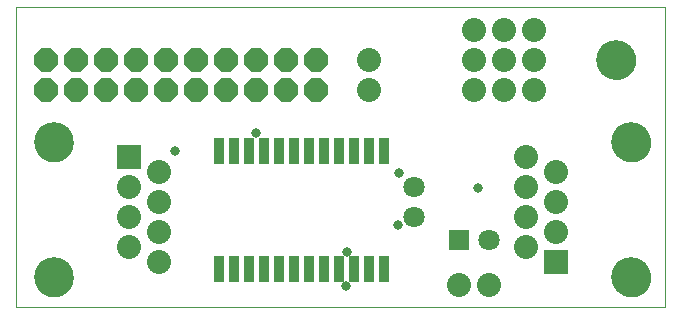
<source format=gts>
G75*
%MOIN*%
%OFA0B0*%
%FSLAX25Y25*%
%IPPOS*%
%LPD*%
%AMOC8*
5,1,8,0,0,1.08239X$1,22.5*
%
%ADD10C,0.00000*%
%ADD11C,0.08000*%
%ADD12R,0.08000X0.08000*%
%ADD13C,0.13198*%
%ADD14OC8,0.08000*%
%ADD15C,0.07100*%
%ADD16R,0.07100X0.07100*%
%ADD17R,0.03200X0.08600*%
%ADD18C,0.03300*%
D10*
X0031420Y0001000D02*
X0031420Y0101000D01*
X0247670Y0101000D01*
X0247670Y0001000D01*
X0031420Y0001000D01*
X0037621Y0011000D02*
X0037623Y0011158D01*
X0037629Y0011316D01*
X0037639Y0011474D01*
X0037653Y0011632D01*
X0037671Y0011789D01*
X0037692Y0011946D01*
X0037718Y0012102D01*
X0037748Y0012258D01*
X0037781Y0012413D01*
X0037819Y0012566D01*
X0037860Y0012719D01*
X0037905Y0012871D01*
X0037954Y0013022D01*
X0038007Y0013171D01*
X0038063Y0013319D01*
X0038123Y0013465D01*
X0038187Y0013610D01*
X0038255Y0013753D01*
X0038326Y0013895D01*
X0038400Y0014035D01*
X0038478Y0014172D01*
X0038560Y0014308D01*
X0038644Y0014442D01*
X0038733Y0014573D01*
X0038824Y0014702D01*
X0038919Y0014829D01*
X0039016Y0014954D01*
X0039117Y0015076D01*
X0039221Y0015195D01*
X0039328Y0015312D01*
X0039438Y0015426D01*
X0039551Y0015537D01*
X0039666Y0015646D01*
X0039784Y0015751D01*
X0039905Y0015853D01*
X0040028Y0015953D01*
X0040154Y0016049D01*
X0040282Y0016142D01*
X0040412Y0016232D01*
X0040545Y0016318D01*
X0040680Y0016402D01*
X0040816Y0016481D01*
X0040955Y0016558D01*
X0041096Y0016630D01*
X0041238Y0016700D01*
X0041382Y0016765D01*
X0041528Y0016827D01*
X0041675Y0016885D01*
X0041824Y0016940D01*
X0041974Y0016991D01*
X0042125Y0017038D01*
X0042277Y0017081D01*
X0042430Y0017120D01*
X0042585Y0017156D01*
X0042740Y0017187D01*
X0042896Y0017215D01*
X0043052Y0017239D01*
X0043209Y0017259D01*
X0043367Y0017275D01*
X0043524Y0017287D01*
X0043683Y0017295D01*
X0043841Y0017299D01*
X0043999Y0017299D01*
X0044157Y0017295D01*
X0044316Y0017287D01*
X0044473Y0017275D01*
X0044631Y0017259D01*
X0044788Y0017239D01*
X0044944Y0017215D01*
X0045100Y0017187D01*
X0045255Y0017156D01*
X0045410Y0017120D01*
X0045563Y0017081D01*
X0045715Y0017038D01*
X0045866Y0016991D01*
X0046016Y0016940D01*
X0046165Y0016885D01*
X0046312Y0016827D01*
X0046458Y0016765D01*
X0046602Y0016700D01*
X0046744Y0016630D01*
X0046885Y0016558D01*
X0047024Y0016481D01*
X0047160Y0016402D01*
X0047295Y0016318D01*
X0047428Y0016232D01*
X0047558Y0016142D01*
X0047686Y0016049D01*
X0047812Y0015953D01*
X0047935Y0015853D01*
X0048056Y0015751D01*
X0048174Y0015646D01*
X0048289Y0015537D01*
X0048402Y0015426D01*
X0048512Y0015312D01*
X0048619Y0015195D01*
X0048723Y0015076D01*
X0048824Y0014954D01*
X0048921Y0014829D01*
X0049016Y0014702D01*
X0049107Y0014573D01*
X0049196Y0014442D01*
X0049280Y0014308D01*
X0049362Y0014172D01*
X0049440Y0014035D01*
X0049514Y0013895D01*
X0049585Y0013753D01*
X0049653Y0013610D01*
X0049717Y0013465D01*
X0049777Y0013319D01*
X0049833Y0013171D01*
X0049886Y0013022D01*
X0049935Y0012871D01*
X0049980Y0012719D01*
X0050021Y0012566D01*
X0050059Y0012413D01*
X0050092Y0012258D01*
X0050122Y0012102D01*
X0050148Y0011946D01*
X0050169Y0011789D01*
X0050187Y0011632D01*
X0050201Y0011474D01*
X0050211Y0011316D01*
X0050217Y0011158D01*
X0050219Y0011000D01*
X0050217Y0010842D01*
X0050211Y0010684D01*
X0050201Y0010526D01*
X0050187Y0010368D01*
X0050169Y0010211D01*
X0050148Y0010054D01*
X0050122Y0009898D01*
X0050092Y0009742D01*
X0050059Y0009587D01*
X0050021Y0009434D01*
X0049980Y0009281D01*
X0049935Y0009129D01*
X0049886Y0008978D01*
X0049833Y0008829D01*
X0049777Y0008681D01*
X0049717Y0008535D01*
X0049653Y0008390D01*
X0049585Y0008247D01*
X0049514Y0008105D01*
X0049440Y0007965D01*
X0049362Y0007828D01*
X0049280Y0007692D01*
X0049196Y0007558D01*
X0049107Y0007427D01*
X0049016Y0007298D01*
X0048921Y0007171D01*
X0048824Y0007046D01*
X0048723Y0006924D01*
X0048619Y0006805D01*
X0048512Y0006688D01*
X0048402Y0006574D01*
X0048289Y0006463D01*
X0048174Y0006354D01*
X0048056Y0006249D01*
X0047935Y0006147D01*
X0047812Y0006047D01*
X0047686Y0005951D01*
X0047558Y0005858D01*
X0047428Y0005768D01*
X0047295Y0005682D01*
X0047160Y0005598D01*
X0047024Y0005519D01*
X0046885Y0005442D01*
X0046744Y0005370D01*
X0046602Y0005300D01*
X0046458Y0005235D01*
X0046312Y0005173D01*
X0046165Y0005115D01*
X0046016Y0005060D01*
X0045866Y0005009D01*
X0045715Y0004962D01*
X0045563Y0004919D01*
X0045410Y0004880D01*
X0045255Y0004844D01*
X0045100Y0004813D01*
X0044944Y0004785D01*
X0044788Y0004761D01*
X0044631Y0004741D01*
X0044473Y0004725D01*
X0044316Y0004713D01*
X0044157Y0004705D01*
X0043999Y0004701D01*
X0043841Y0004701D01*
X0043683Y0004705D01*
X0043524Y0004713D01*
X0043367Y0004725D01*
X0043209Y0004741D01*
X0043052Y0004761D01*
X0042896Y0004785D01*
X0042740Y0004813D01*
X0042585Y0004844D01*
X0042430Y0004880D01*
X0042277Y0004919D01*
X0042125Y0004962D01*
X0041974Y0005009D01*
X0041824Y0005060D01*
X0041675Y0005115D01*
X0041528Y0005173D01*
X0041382Y0005235D01*
X0041238Y0005300D01*
X0041096Y0005370D01*
X0040955Y0005442D01*
X0040816Y0005519D01*
X0040680Y0005598D01*
X0040545Y0005682D01*
X0040412Y0005768D01*
X0040282Y0005858D01*
X0040154Y0005951D01*
X0040028Y0006047D01*
X0039905Y0006147D01*
X0039784Y0006249D01*
X0039666Y0006354D01*
X0039551Y0006463D01*
X0039438Y0006574D01*
X0039328Y0006688D01*
X0039221Y0006805D01*
X0039117Y0006924D01*
X0039016Y0007046D01*
X0038919Y0007171D01*
X0038824Y0007298D01*
X0038733Y0007427D01*
X0038644Y0007558D01*
X0038560Y0007692D01*
X0038478Y0007828D01*
X0038400Y0007965D01*
X0038326Y0008105D01*
X0038255Y0008247D01*
X0038187Y0008390D01*
X0038123Y0008535D01*
X0038063Y0008681D01*
X0038007Y0008829D01*
X0037954Y0008978D01*
X0037905Y0009129D01*
X0037860Y0009281D01*
X0037819Y0009434D01*
X0037781Y0009587D01*
X0037748Y0009742D01*
X0037718Y0009898D01*
X0037692Y0010054D01*
X0037671Y0010211D01*
X0037653Y0010368D01*
X0037639Y0010526D01*
X0037629Y0010684D01*
X0037623Y0010842D01*
X0037621Y0011000D01*
X0037621Y0056000D02*
X0037623Y0056158D01*
X0037629Y0056316D01*
X0037639Y0056474D01*
X0037653Y0056632D01*
X0037671Y0056789D01*
X0037692Y0056946D01*
X0037718Y0057102D01*
X0037748Y0057258D01*
X0037781Y0057413D01*
X0037819Y0057566D01*
X0037860Y0057719D01*
X0037905Y0057871D01*
X0037954Y0058022D01*
X0038007Y0058171D01*
X0038063Y0058319D01*
X0038123Y0058465D01*
X0038187Y0058610D01*
X0038255Y0058753D01*
X0038326Y0058895D01*
X0038400Y0059035D01*
X0038478Y0059172D01*
X0038560Y0059308D01*
X0038644Y0059442D01*
X0038733Y0059573D01*
X0038824Y0059702D01*
X0038919Y0059829D01*
X0039016Y0059954D01*
X0039117Y0060076D01*
X0039221Y0060195D01*
X0039328Y0060312D01*
X0039438Y0060426D01*
X0039551Y0060537D01*
X0039666Y0060646D01*
X0039784Y0060751D01*
X0039905Y0060853D01*
X0040028Y0060953D01*
X0040154Y0061049D01*
X0040282Y0061142D01*
X0040412Y0061232D01*
X0040545Y0061318D01*
X0040680Y0061402D01*
X0040816Y0061481D01*
X0040955Y0061558D01*
X0041096Y0061630D01*
X0041238Y0061700D01*
X0041382Y0061765D01*
X0041528Y0061827D01*
X0041675Y0061885D01*
X0041824Y0061940D01*
X0041974Y0061991D01*
X0042125Y0062038D01*
X0042277Y0062081D01*
X0042430Y0062120D01*
X0042585Y0062156D01*
X0042740Y0062187D01*
X0042896Y0062215D01*
X0043052Y0062239D01*
X0043209Y0062259D01*
X0043367Y0062275D01*
X0043524Y0062287D01*
X0043683Y0062295D01*
X0043841Y0062299D01*
X0043999Y0062299D01*
X0044157Y0062295D01*
X0044316Y0062287D01*
X0044473Y0062275D01*
X0044631Y0062259D01*
X0044788Y0062239D01*
X0044944Y0062215D01*
X0045100Y0062187D01*
X0045255Y0062156D01*
X0045410Y0062120D01*
X0045563Y0062081D01*
X0045715Y0062038D01*
X0045866Y0061991D01*
X0046016Y0061940D01*
X0046165Y0061885D01*
X0046312Y0061827D01*
X0046458Y0061765D01*
X0046602Y0061700D01*
X0046744Y0061630D01*
X0046885Y0061558D01*
X0047024Y0061481D01*
X0047160Y0061402D01*
X0047295Y0061318D01*
X0047428Y0061232D01*
X0047558Y0061142D01*
X0047686Y0061049D01*
X0047812Y0060953D01*
X0047935Y0060853D01*
X0048056Y0060751D01*
X0048174Y0060646D01*
X0048289Y0060537D01*
X0048402Y0060426D01*
X0048512Y0060312D01*
X0048619Y0060195D01*
X0048723Y0060076D01*
X0048824Y0059954D01*
X0048921Y0059829D01*
X0049016Y0059702D01*
X0049107Y0059573D01*
X0049196Y0059442D01*
X0049280Y0059308D01*
X0049362Y0059172D01*
X0049440Y0059035D01*
X0049514Y0058895D01*
X0049585Y0058753D01*
X0049653Y0058610D01*
X0049717Y0058465D01*
X0049777Y0058319D01*
X0049833Y0058171D01*
X0049886Y0058022D01*
X0049935Y0057871D01*
X0049980Y0057719D01*
X0050021Y0057566D01*
X0050059Y0057413D01*
X0050092Y0057258D01*
X0050122Y0057102D01*
X0050148Y0056946D01*
X0050169Y0056789D01*
X0050187Y0056632D01*
X0050201Y0056474D01*
X0050211Y0056316D01*
X0050217Y0056158D01*
X0050219Y0056000D01*
X0050217Y0055842D01*
X0050211Y0055684D01*
X0050201Y0055526D01*
X0050187Y0055368D01*
X0050169Y0055211D01*
X0050148Y0055054D01*
X0050122Y0054898D01*
X0050092Y0054742D01*
X0050059Y0054587D01*
X0050021Y0054434D01*
X0049980Y0054281D01*
X0049935Y0054129D01*
X0049886Y0053978D01*
X0049833Y0053829D01*
X0049777Y0053681D01*
X0049717Y0053535D01*
X0049653Y0053390D01*
X0049585Y0053247D01*
X0049514Y0053105D01*
X0049440Y0052965D01*
X0049362Y0052828D01*
X0049280Y0052692D01*
X0049196Y0052558D01*
X0049107Y0052427D01*
X0049016Y0052298D01*
X0048921Y0052171D01*
X0048824Y0052046D01*
X0048723Y0051924D01*
X0048619Y0051805D01*
X0048512Y0051688D01*
X0048402Y0051574D01*
X0048289Y0051463D01*
X0048174Y0051354D01*
X0048056Y0051249D01*
X0047935Y0051147D01*
X0047812Y0051047D01*
X0047686Y0050951D01*
X0047558Y0050858D01*
X0047428Y0050768D01*
X0047295Y0050682D01*
X0047160Y0050598D01*
X0047024Y0050519D01*
X0046885Y0050442D01*
X0046744Y0050370D01*
X0046602Y0050300D01*
X0046458Y0050235D01*
X0046312Y0050173D01*
X0046165Y0050115D01*
X0046016Y0050060D01*
X0045866Y0050009D01*
X0045715Y0049962D01*
X0045563Y0049919D01*
X0045410Y0049880D01*
X0045255Y0049844D01*
X0045100Y0049813D01*
X0044944Y0049785D01*
X0044788Y0049761D01*
X0044631Y0049741D01*
X0044473Y0049725D01*
X0044316Y0049713D01*
X0044157Y0049705D01*
X0043999Y0049701D01*
X0043841Y0049701D01*
X0043683Y0049705D01*
X0043524Y0049713D01*
X0043367Y0049725D01*
X0043209Y0049741D01*
X0043052Y0049761D01*
X0042896Y0049785D01*
X0042740Y0049813D01*
X0042585Y0049844D01*
X0042430Y0049880D01*
X0042277Y0049919D01*
X0042125Y0049962D01*
X0041974Y0050009D01*
X0041824Y0050060D01*
X0041675Y0050115D01*
X0041528Y0050173D01*
X0041382Y0050235D01*
X0041238Y0050300D01*
X0041096Y0050370D01*
X0040955Y0050442D01*
X0040816Y0050519D01*
X0040680Y0050598D01*
X0040545Y0050682D01*
X0040412Y0050768D01*
X0040282Y0050858D01*
X0040154Y0050951D01*
X0040028Y0051047D01*
X0039905Y0051147D01*
X0039784Y0051249D01*
X0039666Y0051354D01*
X0039551Y0051463D01*
X0039438Y0051574D01*
X0039328Y0051688D01*
X0039221Y0051805D01*
X0039117Y0051924D01*
X0039016Y0052046D01*
X0038919Y0052171D01*
X0038824Y0052298D01*
X0038733Y0052427D01*
X0038644Y0052558D01*
X0038560Y0052692D01*
X0038478Y0052828D01*
X0038400Y0052965D01*
X0038326Y0053105D01*
X0038255Y0053247D01*
X0038187Y0053390D01*
X0038123Y0053535D01*
X0038063Y0053681D01*
X0038007Y0053829D01*
X0037954Y0053978D01*
X0037905Y0054129D01*
X0037860Y0054281D01*
X0037819Y0054434D01*
X0037781Y0054587D01*
X0037748Y0054742D01*
X0037718Y0054898D01*
X0037692Y0055054D01*
X0037671Y0055211D01*
X0037653Y0055368D01*
X0037639Y0055526D01*
X0037629Y0055684D01*
X0037623Y0055842D01*
X0037621Y0056000D01*
X0225121Y0083500D02*
X0225123Y0083658D01*
X0225129Y0083816D01*
X0225139Y0083974D01*
X0225153Y0084132D01*
X0225171Y0084289D01*
X0225192Y0084446D01*
X0225218Y0084602D01*
X0225248Y0084758D01*
X0225281Y0084913D01*
X0225319Y0085066D01*
X0225360Y0085219D01*
X0225405Y0085371D01*
X0225454Y0085522D01*
X0225507Y0085671D01*
X0225563Y0085819D01*
X0225623Y0085965D01*
X0225687Y0086110D01*
X0225755Y0086253D01*
X0225826Y0086395D01*
X0225900Y0086535D01*
X0225978Y0086672D01*
X0226060Y0086808D01*
X0226144Y0086942D01*
X0226233Y0087073D01*
X0226324Y0087202D01*
X0226419Y0087329D01*
X0226516Y0087454D01*
X0226617Y0087576D01*
X0226721Y0087695D01*
X0226828Y0087812D01*
X0226938Y0087926D01*
X0227051Y0088037D01*
X0227166Y0088146D01*
X0227284Y0088251D01*
X0227405Y0088353D01*
X0227528Y0088453D01*
X0227654Y0088549D01*
X0227782Y0088642D01*
X0227912Y0088732D01*
X0228045Y0088818D01*
X0228180Y0088902D01*
X0228316Y0088981D01*
X0228455Y0089058D01*
X0228596Y0089130D01*
X0228738Y0089200D01*
X0228882Y0089265D01*
X0229028Y0089327D01*
X0229175Y0089385D01*
X0229324Y0089440D01*
X0229474Y0089491D01*
X0229625Y0089538D01*
X0229777Y0089581D01*
X0229930Y0089620D01*
X0230085Y0089656D01*
X0230240Y0089687D01*
X0230396Y0089715D01*
X0230552Y0089739D01*
X0230709Y0089759D01*
X0230867Y0089775D01*
X0231024Y0089787D01*
X0231183Y0089795D01*
X0231341Y0089799D01*
X0231499Y0089799D01*
X0231657Y0089795D01*
X0231816Y0089787D01*
X0231973Y0089775D01*
X0232131Y0089759D01*
X0232288Y0089739D01*
X0232444Y0089715D01*
X0232600Y0089687D01*
X0232755Y0089656D01*
X0232910Y0089620D01*
X0233063Y0089581D01*
X0233215Y0089538D01*
X0233366Y0089491D01*
X0233516Y0089440D01*
X0233665Y0089385D01*
X0233812Y0089327D01*
X0233958Y0089265D01*
X0234102Y0089200D01*
X0234244Y0089130D01*
X0234385Y0089058D01*
X0234524Y0088981D01*
X0234660Y0088902D01*
X0234795Y0088818D01*
X0234928Y0088732D01*
X0235058Y0088642D01*
X0235186Y0088549D01*
X0235312Y0088453D01*
X0235435Y0088353D01*
X0235556Y0088251D01*
X0235674Y0088146D01*
X0235789Y0088037D01*
X0235902Y0087926D01*
X0236012Y0087812D01*
X0236119Y0087695D01*
X0236223Y0087576D01*
X0236324Y0087454D01*
X0236421Y0087329D01*
X0236516Y0087202D01*
X0236607Y0087073D01*
X0236696Y0086942D01*
X0236780Y0086808D01*
X0236862Y0086672D01*
X0236940Y0086535D01*
X0237014Y0086395D01*
X0237085Y0086253D01*
X0237153Y0086110D01*
X0237217Y0085965D01*
X0237277Y0085819D01*
X0237333Y0085671D01*
X0237386Y0085522D01*
X0237435Y0085371D01*
X0237480Y0085219D01*
X0237521Y0085066D01*
X0237559Y0084913D01*
X0237592Y0084758D01*
X0237622Y0084602D01*
X0237648Y0084446D01*
X0237669Y0084289D01*
X0237687Y0084132D01*
X0237701Y0083974D01*
X0237711Y0083816D01*
X0237717Y0083658D01*
X0237719Y0083500D01*
X0237717Y0083342D01*
X0237711Y0083184D01*
X0237701Y0083026D01*
X0237687Y0082868D01*
X0237669Y0082711D01*
X0237648Y0082554D01*
X0237622Y0082398D01*
X0237592Y0082242D01*
X0237559Y0082087D01*
X0237521Y0081934D01*
X0237480Y0081781D01*
X0237435Y0081629D01*
X0237386Y0081478D01*
X0237333Y0081329D01*
X0237277Y0081181D01*
X0237217Y0081035D01*
X0237153Y0080890D01*
X0237085Y0080747D01*
X0237014Y0080605D01*
X0236940Y0080465D01*
X0236862Y0080328D01*
X0236780Y0080192D01*
X0236696Y0080058D01*
X0236607Y0079927D01*
X0236516Y0079798D01*
X0236421Y0079671D01*
X0236324Y0079546D01*
X0236223Y0079424D01*
X0236119Y0079305D01*
X0236012Y0079188D01*
X0235902Y0079074D01*
X0235789Y0078963D01*
X0235674Y0078854D01*
X0235556Y0078749D01*
X0235435Y0078647D01*
X0235312Y0078547D01*
X0235186Y0078451D01*
X0235058Y0078358D01*
X0234928Y0078268D01*
X0234795Y0078182D01*
X0234660Y0078098D01*
X0234524Y0078019D01*
X0234385Y0077942D01*
X0234244Y0077870D01*
X0234102Y0077800D01*
X0233958Y0077735D01*
X0233812Y0077673D01*
X0233665Y0077615D01*
X0233516Y0077560D01*
X0233366Y0077509D01*
X0233215Y0077462D01*
X0233063Y0077419D01*
X0232910Y0077380D01*
X0232755Y0077344D01*
X0232600Y0077313D01*
X0232444Y0077285D01*
X0232288Y0077261D01*
X0232131Y0077241D01*
X0231973Y0077225D01*
X0231816Y0077213D01*
X0231657Y0077205D01*
X0231499Y0077201D01*
X0231341Y0077201D01*
X0231183Y0077205D01*
X0231024Y0077213D01*
X0230867Y0077225D01*
X0230709Y0077241D01*
X0230552Y0077261D01*
X0230396Y0077285D01*
X0230240Y0077313D01*
X0230085Y0077344D01*
X0229930Y0077380D01*
X0229777Y0077419D01*
X0229625Y0077462D01*
X0229474Y0077509D01*
X0229324Y0077560D01*
X0229175Y0077615D01*
X0229028Y0077673D01*
X0228882Y0077735D01*
X0228738Y0077800D01*
X0228596Y0077870D01*
X0228455Y0077942D01*
X0228316Y0078019D01*
X0228180Y0078098D01*
X0228045Y0078182D01*
X0227912Y0078268D01*
X0227782Y0078358D01*
X0227654Y0078451D01*
X0227528Y0078547D01*
X0227405Y0078647D01*
X0227284Y0078749D01*
X0227166Y0078854D01*
X0227051Y0078963D01*
X0226938Y0079074D01*
X0226828Y0079188D01*
X0226721Y0079305D01*
X0226617Y0079424D01*
X0226516Y0079546D01*
X0226419Y0079671D01*
X0226324Y0079798D01*
X0226233Y0079927D01*
X0226144Y0080058D01*
X0226060Y0080192D01*
X0225978Y0080328D01*
X0225900Y0080465D01*
X0225826Y0080605D01*
X0225755Y0080747D01*
X0225687Y0080890D01*
X0225623Y0081035D01*
X0225563Y0081181D01*
X0225507Y0081329D01*
X0225454Y0081478D01*
X0225405Y0081629D01*
X0225360Y0081781D01*
X0225319Y0081934D01*
X0225281Y0082087D01*
X0225248Y0082242D01*
X0225218Y0082398D01*
X0225192Y0082554D01*
X0225171Y0082711D01*
X0225153Y0082868D01*
X0225139Y0083026D01*
X0225129Y0083184D01*
X0225123Y0083342D01*
X0225121Y0083500D01*
X0230121Y0056000D02*
X0230123Y0056158D01*
X0230129Y0056316D01*
X0230139Y0056474D01*
X0230153Y0056632D01*
X0230171Y0056789D01*
X0230192Y0056946D01*
X0230218Y0057102D01*
X0230248Y0057258D01*
X0230281Y0057413D01*
X0230319Y0057566D01*
X0230360Y0057719D01*
X0230405Y0057871D01*
X0230454Y0058022D01*
X0230507Y0058171D01*
X0230563Y0058319D01*
X0230623Y0058465D01*
X0230687Y0058610D01*
X0230755Y0058753D01*
X0230826Y0058895D01*
X0230900Y0059035D01*
X0230978Y0059172D01*
X0231060Y0059308D01*
X0231144Y0059442D01*
X0231233Y0059573D01*
X0231324Y0059702D01*
X0231419Y0059829D01*
X0231516Y0059954D01*
X0231617Y0060076D01*
X0231721Y0060195D01*
X0231828Y0060312D01*
X0231938Y0060426D01*
X0232051Y0060537D01*
X0232166Y0060646D01*
X0232284Y0060751D01*
X0232405Y0060853D01*
X0232528Y0060953D01*
X0232654Y0061049D01*
X0232782Y0061142D01*
X0232912Y0061232D01*
X0233045Y0061318D01*
X0233180Y0061402D01*
X0233316Y0061481D01*
X0233455Y0061558D01*
X0233596Y0061630D01*
X0233738Y0061700D01*
X0233882Y0061765D01*
X0234028Y0061827D01*
X0234175Y0061885D01*
X0234324Y0061940D01*
X0234474Y0061991D01*
X0234625Y0062038D01*
X0234777Y0062081D01*
X0234930Y0062120D01*
X0235085Y0062156D01*
X0235240Y0062187D01*
X0235396Y0062215D01*
X0235552Y0062239D01*
X0235709Y0062259D01*
X0235867Y0062275D01*
X0236024Y0062287D01*
X0236183Y0062295D01*
X0236341Y0062299D01*
X0236499Y0062299D01*
X0236657Y0062295D01*
X0236816Y0062287D01*
X0236973Y0062275D01*
X0237131Y0062259D01*
X0237288Y0062239D01*
X0237444Y0062215D01*
X0237600Y0062187D01*
X0237755Y0062156D01*
X0237910Y0062120D01*
X0238063Y0062081D01*
X0238215Y0062038D01*
X0238366Y0061991D01*
X0238516Y0061940D01*
X0238665Y0061885D01*
X0238812Y0061827D01*
X0238958Y0061765D01*
X0239102Y0061700D01*
X0239244Y0061630D01*
X0239385Y0061558D01*
X0239524Y0061481D01*
X0239660Y0061402D01*
X0239795Y0061318D01*
X0239928Y0061232D01*
X0240058Y0061142D01*
X0240186Y0061049D01*
X0240312Y0060953D01*
X0240435Y0060853D01*
X0240556Y0060751D01*
X0240674Y0060646D01*
X0240789Y0060537D01*
X0240902Y0060426D01*
X0241012Y0060312D01*
X0241119Y0060195D01*
X0241223Y0060076D01*
X0241324Y0059954D01*
X0241421Y0059829D01*
X0241516Y0059702D01*
X0241607Y0059573D01*
X0241696Y0059442D01*
X0241780Y0059308D01*
X0241862Y0059172D01*
X0241940Y0059035D01*
X0242014Y0058895D01*
X0242085Y0058753D01*
X0242153Y0058610D01*
X0242217Y0058465D01*
X0242277Y0058319D01*
X0242333Y0058171D01*
X0242386Y0058022D01*
X0242435Y0057871D01*
X0242480Y0057719D01*
X0242521Y0057566D01*
X0242559Y0057413D01*
X0242592Y0057258D01*
X0242622Y0057102D01*
X0242648Y0056946D01*
X0242669Y0056789D01*
X0242687Y0056632D01*
X0242701Y0056474D01*
X0242711Y0056316D01*
X0242717Y0056158D01*
X0242719Y0056000D01*
X0242717Y0055842D01*
X0242711Y0055684D01*
X0242701Y0055526D01*
X0242687Y0055368D01*
X0242669Y0055211D01*
X0242648Y0055054D01*
X0242622Y0054898D01*
X0242592Y0054742D01*
X0242559Y0054587D01*
X0242521Y0054434D01*
X0242480Y0054281D01*
X0242435Y0054129D01*
X0242386Y0053978D01*
X0242333Y0053829D01*
X0242277Y0053681D01*
X0242217Y0053535D01*
X0242153Y0053390D01*
X0242085Y0053247D01*
X0242014Y0053105D01*
X0241940Y0052965D01*
X0241862Y0052828D01*
X0241780Y0052692D01*
X0241696Y0052558D01*
X0241607Y0052427D01*
X0241516Y0052298D01*
X0241421Y0052171D01*
X0241324Y0052046D01*
X0241223Y0051924D01*
X0241119Y0051805D01*
X0241012Y0051688D01*
X0240902Y0051574D01*
X0240789Y0051463D01*
X0240674Y0051354D01*
X0240556Y0051249D01*
X0240435Y0051147D01*
X0240312Y0051047D01*
X0240186Y0050951D01*
X0240058Y0050858D01*
X0239928Y0050768D01*
X0239795Y0050682D01*
X0239660Y0050598D01*
X0239524Y0050519D01*
X0239385Y0050442D01*
X0239244Y0050370D01*
X0239102Y0050300D01*
X0238958Y0050235D01*
X0238812Y0050173D01*
X0238665Y0050115D01*
X0238516Y0050060D01*
X0238366Y0050009D01*
X0238215Y0049962D01*
X0238063Y0049919D01*
X0237910Y0049880D01*
X0237755Y0049844D01*
X0237600Y0049813D01*
X0237444Y0049785D01*
X0237288Y0049761D01*
X0237131Y0049741D01*
X0236973Y0049725D01*
X0236816Y0049713D01*
X0236657Y0049705D01*
X0236499Y0049701D01*
X0236341Y0049701D01*
X0236183Y0049705D01*
X0236024Y0049713D01*
X0235867Y0049725D01*
X0235709Y0049741D01*
X0235552Y0049761D01*
X0235396Y0049785D01*
X0235240Y0049813D01*
X0235085Y0049844D01*
X0234930Y0049880D01*
X0234777Y0049919D01*
X0234625Y0049962D01*
X0234474Y0050009D01*
X0234324Y0050060D01*
X0234175Y0050115D01*
X0234028Y0050173D01*
X0233882Y0050235D01*
X0233738Y0050300D01*
X0233596Y0050370D01*
X0233455Y0050442D01*
X0233316Y0050519D01*
X0233180Y0050598D01*
X0233045Y0050682D01*
X0232912Y0050768D01*
X0232782Y0050858D01*
X0232654Y0050951D01*
X0232528Y0051047D01*
X0232405Y0051147D01*
X0232284Y0051249D01*
X0232166Y0051354D01*
X0232051Y0051463D01*
X0231938Y0051574D01*
X0231828Y0051688D01*
X0231721Y0051805D01*
X0231617Y0051924D01*
X0231516Y0052046D01*
X0231419Y0052171D01*
X0231324Y0052298D01*
X0231233Y0052427D01*
X0231144Y0052558D01*
X0231060Y0052692D01*
X0230978Y0052828D01*
X0230900Y0052965D01*
X0230826Y0053105D01*
X0230755Y0053247D01*
X0230687Y0053390D01*
X0230623Y0053535D01*
X0230563Y0053681D01*
X0230507Y0053829D01*
X0230454Y0053978D01*
X0230405Y0054129D01*
X0230360Y0054281D01*
X0230319Y0054434D01*
X0230281Y0054587D01*
X0230248Y0054742D01*
X0230218Y0054898D01*
X0230192Y0055054D01*
X0230171Y0055211D01*
X0230153Y0055368D01*
X0230139Y0055526D01*
X0230129Y0055684D01*
X0230123Y0055842D01*
X0230121Y0056000D01*
X0230121Y0011000D02*
X0230123Y0011158D01*
X0230129Y0011316D01*
X0230139Y0011474D01*
X0230153Y0011632D01*
X0230171Y0011789D01*
X0230192Y0011946D01*
X0230218Y0012102D01*
X0230248Y0012258D01*
X0230281Y0012413D01*
X0230319Y0012566D01*
X0230360Y0012719D01*
X0230405Y0012871D01*
X0230454Y0013022D01*
X0230507Y0013171D01*
X0230563Y0013319D01*
X0230623Y0013465D01*
X0230687Y0013610D01*
X0230755Y0013753D01*
X0230826Y0013895D01*
X0230900Y0014035D01*
X0230978Y0014172D01*
X0231060Y0014308D01*
X0231144Y0014442D01*
X0231233Y0014573D01*
X0231324Y0014702D01*
X0231419Y0014829D01*
X0231516Y0014954D01*
X0231617Y0015076D01*
X0231721Y0015195D01*
X0231828Y0015312D01*
X0231938Y0015426D01*
X0232051Y0015537D01*
X0232166Y0015646D01*
X0232284Y0015751D01*
X0232405Y0015853D01*
X0232528Y0015953D01*
X0232654Y0016049D01*
X0232782Y0016142D01*
X0232912Y0016232D01*
X0233045Y0016318D01*
X0233180Y0016402D01*
X0233316Y0016481D01*
X0233455Y0016558D01*
X0233596Y0016630D01*
X0233738Y0016700D01*
X0233882Y0016765D01*
X0234028Y0016827D01*
X0234175Y0016885D01*
X0234324Y0016940D01*
X0234474Y0016991D01*
X0234625Y0017038D01*
X0234777Y0017081D01*
X0234930Y0017120D01*
X0235085Y0017156D01*
X0235240Y0017187D01*
X0235396Y0017215D01*
X0235552Y0017239D01*
X0235709Y0017259D01*
X0235867Y0017275D01*
X0236024Y0017287D01*
X0236183Y0017295D01*
X0236341Y0017299D01*
X0236499Y0017299D01*
X0236657Y0017295D01*
X0236816Y0017287D01*
X0236973Y0017275D01*
X0237131Y0017259D01*
X0237288Y0017239D01*
X0237444Y0017215D01*
X0237600Y0017187D01*
X0237755Y0017156D01*
X0237910Y0017120D01*
X0238063Y0017081D01*
X0238215Y0017038D01*
X0238366Y0016991D01*
X0238516Y0016940D01*
X0238665Y0016885D01*
X0238812Y0016827D01*
X0238958Y0016765D01*
X0239102Y0016700D01*
X0239244Y0016630D01*
X0239385Y0016558D01*
X0239524Y0016481D01*
X0239660Y0016402D01*
X0239795Y0016318D01*
X0239928Y0016232D01*
X0240058Y0016142D01*
X0240186Y0016049D01*
X0240312Y0015953D01*
X0240435Y0015853D01*
X0240556Y0015751D01*
X0240674Y0015646D01*
X0240789Y0015537D01*
X0240902Y0015426D01*
X0241012Y0015312D01*
X0241119Y0015195D01*
X0241223Y0015076D01*
X0241324Y0014954D01*
X0241421Y0014829D01*
X0241516Y0014702D01*
X0241607Y0014573D01*
X0241696Y0014442D01*
X0241780Y0014308D01*
X0241862Y0014172D01*
X0241940Y0014035D01*
X0242014Y0013895D01*
X0242085Y0013753D01*
X0242153Y0013610D01*
X0242217Y0013465D01*
X0242277Y0013319D01*
X0242333Y0013171D01*
X0242386Y0013022D01*
X0242435Y0012871D01*
X0242480Y0012719D01*
X0242521Y0012566D01*
X0242559Y0012413D01*
X0242592Y0012258D01*
X0242622Y0012102D01*
X0242648Y0011946D01*
X0242669Y0011789D01*
X0242687Y0011632D01*
X0242701Y0011474D01*
X0242711Y0011316D01*
X0242717Y0011158D01*
X0242719Y0011000D01*
X0242717Y0010842D01*
X0242711Y0010684D01*
X0242701Y0010526D01*
X0242687Y0010368D01*
X0242669Y0010211D01*
X0242648Y0010054D01*
X0242622Y0009898D01*
X0242592Y0009742D01*
X0242559Y0009587D01*
X0242521Y0009434D01*
X0242480Y0009281D01*
X0242435Y0009129D01*
X0242386Y0008978D01*
X0242333Y0008829D01*
X0242277Y0008681D01*
X0242217Y0008535D01*
X0242153Y0008390D01*
X0242085Y0008247D01*
X0242014Y0008105D01*
X0241940Y0007965D01*
X0241862Y0007828D01*
X0241780Y0007692D01*
X0241696Y0007558D01*
X0241607Y0007427D01*
X0241516Y0007298D01*
X0241421Y0007171D01*
X0241324Y0007046D01*
X0241223Y0006924D01*
X0241119Y0006805D01*
X0241012Y0006688D01*
X0240902Y0006574D01*
X0240789Y0006463D01*
X0240674Y0006354D01*
X0240556Y0006249D01*
X0240435Y0006147D01*
X0240312Y0006047D01*
X0240186Y0005951D01*
X0240058Y0005858D01*
X0239928Y0005768D01*
X0239795Y0005682D01*
X0239660Y0005598D01*
X0239524Y0005519D01*
X0239385Y0005442D01*
X0239244Y0005370D01*
X0239102Y0005300D01*
X0238958Y0005235D01*
X0238812Y0005173D01*
X0238665Y0005115D01*
X0238516Y0005060D01*
X0238366Y0005009D01*
X0238215Y0004962D01*
X0238063Y0004919D01*
X0237910Y0004880D01*
X0237755Y0004844D01*
X0237600Y0004813D01*
X0237444Y0004785D01*
X0237288Y0004761D01*
X0237131Y0004741D01*
X0236973Y0004725D01*
X0236816Y0004713D01*
X0236657Y0004705D01*
X0236499Y0004701D01*
X0236341Y0004701D01*
X0236183Y0004705D01*
X0236024Y0004713D01*
X0235867Y0004725D01*
X0235709Y0004741D01*
X0235552Y0004761D01*
X0235396Y0004785D01*
X0235240Y0004813D01*
X0235085Y0004844D01*
X0234930Y0004880D01*
X0234777Y0004919D01*
X0234625Y0004962D01*
X0234474Y0005009D01*
X0234324Y0005060D01*
X0234175Y0005115D01*
X0234028Y0005173D01*
X0233882Y0005235D01*
X0233738Y0005300D01*
X0233596Y0005370D01*
X0233455Y0005442D01*
X0233316Y0005519D01*
X0233180Y0005598D01*
X0233045Y0005682D01*
X0232912Y0005768D01*
X0232782Y0005858D01*
X0232654Y0005951D01*
X0232528Y0006047D01*
X0232405Y0006147D01*
X0232284Y0006249D01*
X0232166Y0006354D01*
X0232051Y0006463D01*
X0231938Y0006574D01*
X0231828Y0006688D01*
X0231721Y0006805D01*
X0231617Y0006924D01*
X0231516Y0007046D01*
X0231419Y0007171D01*
X0231324Y0007298D01*
X0231233Y0007427D01*
X0231144Y0007558D01*
X0231060Y0007692D01*
X0230978Y0007828D01*
X0230900Y0007965D01*
X0230826Y0008105D01*
X0230755Y0008247D01*
X0230687Y0008390D01*
X0230623Y0008535D01*
X0230563Y0008681D01*
X0230507Y0008829D01*
X0230454Y0008978D01*
X0230405Y0009129D01*
X0230360Y0009281D01*
X0230319Y0009434D01*
X0230281Y0009587D01*
X0230248Y0009742D01*
X0230218Y0009898D01*
X0230192Y0010054D01*
X0230171Y0010211D01*
X0230153Y0010368D01*
X0230139Y0010526D01*
X0230129Y0010684D01*
X0230123Y0010842D01*
X0230121Y0011000D01*
D11*
X0201420Y0021000D03*
X0211420Y0026000D03*
X0201420Y0031000D03*
X0211420Y0036000D03*
X0201420Y0041000D03*
X0211420Y0046000D03*
X0201420Y0051000D03*
X0203920Y0073500D03*
X0193920Y0073500D03*
X0183920Y0073500D03*
X0183920Y0083500D03*
X0193920Y0083500D03*
X0203920Y0083500D03*
X0203920Y0093500D03*
X0193920Y0093500D03*
X0183920Y0093500D03*
X0148920Y0083500D03*
X0148920Y0073500D03*
X0078920Y0046000D03*
X0068920Y0041000D03*
X0078920Y0036000D03*
X0068920Y0031000D03*
X0078920Y0026000D03*
X0068920Y0021000D03*
X0078920Y0016000D03*
X0178920Y0008500D03*
X0188920Y0008500D03*
D12*
X0211420Y0016000D03*
X0068920Y0051000D03*
D13*
X0043920Y0056000D03*
X0043920Y0011000D03*
X0236420Y0011000D03*
X0236420Y0056000D03*
X0231420Y0083500D03*
D14*
X0131420Y0083500D03*
X0121420Y0083500D03*
X0111420Y0083500D03*
X0101420Y0083500D03*
X0091420Y0083500D03*
X0081420Y0083500D03*
X0071420Y0083500D03*
X0061420Y0083500D03*
X0051420Y0083500D03*
X0041420Y0083500D03*
X0041420Y0073500D03*
X0051420Y0073500D03*
X0061420Y0073500D03*
X0071420Y0073500D03*
X0081420Y0073500D03*
X0091420Y0073500D03*
X0101420Y0073500D03*
X0111420Y0073500D03*
X0121420Y0073500D03*
X0131420Y0073500D03*
D15*
X0163920Y0041000D03*
X0163920Y0031000D03*
X0188920Y0023500D03*
D16*
X0178920Y0023500D03*
D17*
X0153920Y0013700D03*
X0148920Y0013700D03*
X0143920Y0013700D03*
X0138920Y0013700D03*
X0133920Y0013700D03*
X0128920Y0013700D03*
X0123920Y0013700D03*
X0118920Y0013700D03*
X0113920Y0013700D03*
X0108920Y0013700D03*
X0103920Y0013700D03*
X0098920Y0013700D03*
X0098920Y0053300D03*
X0103920Y0053300D03*
X0108920Y0053300D03*
X0113920Y0053300D03*
X0118920Y0053300D03*
X0123920Y0053300D03*
X0128920Y0053300D03*
X0133920Y0053300D03*
X0138920Y0053300D03*
X0143920Y0053300D03*
X0148920Y0053300D03*
X0153920Y0053300D03*
D18*
X0159170Y0045800D03*
X0185420Y0040900D03*
X0158820Y0028650D03*
X0141670Y0019550D03*
X0141320Y0008000D03*
X0084270Y0053150D03*
X0111220Y0059100D03*
M02*

</source>
